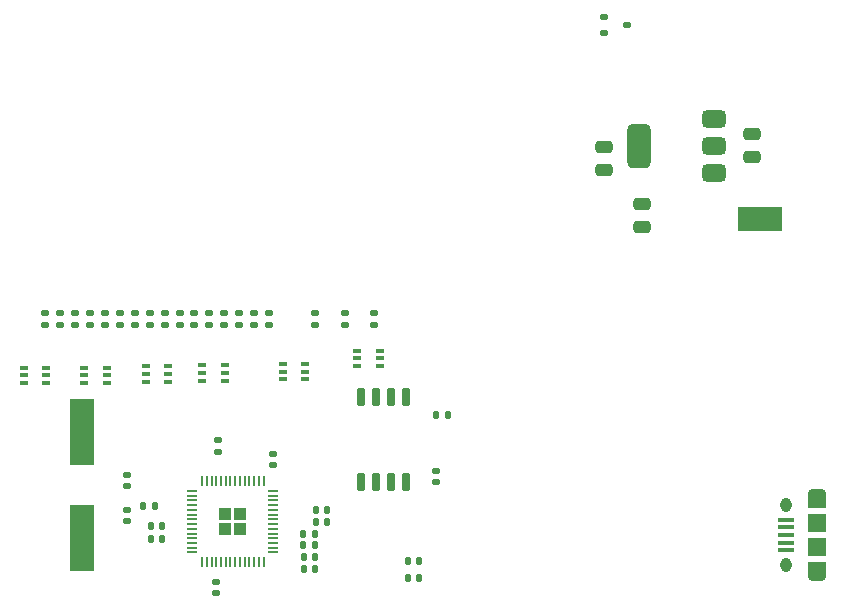
<source format=gbr>
%TF.GenerationSoftware,KiCad,Pcbnew,8.0.5*%
%TF.CreationDate,2024-09-23T16:37:59-07:00*%
%TF.ProjectId,fluke_884x_continuity_buzzer,666c756b-655f-4383-9834-785f636f6e74,4*%
%TF.SameCoordinates,Original*%
%TF.FileFunction,Paste,Top*%
%TF.FilePolarity,Positive*%
%FSLAX46Y46*%
G04 Gerber Fmt 4.6, Leading zero omitted, Abs format (unit mm)*
G04 Created by KiCad (PCBNEW 8.0.5) date 2024-09-23 16:37:59*
%MOMM*%
%LPD*%
G01*
G04 APERTURE LIST*
G04 Aperture macros list*
%AMRoundRect*
0 Rectangle with rounded corners*
0 $1 Rounding radius*
0 $2 $3 $4 $5 $6 $7 $8 $9 X,Y pos of 4 corners*
0 Add a 4 corners polygon primitive as box body*
4,1,4,$2,$3,$4,$5,$6,$7,$8,$9,$2,$3,0*
0 Add four circle primitives for the rounded corners*
1,1,$1+$1,$2,$3*
1,1,$1+$1,$4,$5*
1,1,$1+$1,$6,$7*
1,1,$1+$1,$8,$9*
0 Add four rect primitives between the rounded corners*
20,1,$1+$1,$2,$3,$4,$5,0*
20,1,$1+$1,$4,$5,$6,$7,0*
20,1,$1+$1,$6,$7,$8,$9,0*
20,1,$1+$1,$8,$9,$2,$3,0*%
G04 Aperture macros list end*
%ADD10RoundRect,0.250000X-0.475000X0.250000X-0.475000X-0.250000X0.475000X-0.250000X0.475000X0.250000X0*%
%ADD11O,1.550000X0.890000*%
%ADD12O,0.950000X1.250000*%
%ADD13R,1.350000X0.400000*%
%ADD14R,1.550000X1.200000*%
%ADD15R,1.550000X1.500000*%
%ADD16RoundRect,0.140000X-0.140000X-0.170000X0.140000X-0.170000X0.140000X0.170000X-0.140000X0.170000X0*%
%ADD17RoundRect,0.140000X0.170000X-0.140000X0.170000X0.140000X-0.170000X0.140000X-0.170000X-0.140000X0*%
%ADD18RoundRect,0.375000X0.625000X0.375000X-0.625000X0.375000X-0.625000X-0.375000X0.625000X-0.375000X0*%
%ADD19RoundRect,0.500000X0.500000X1.400000X-0.500000X1.400000X-0.500000X-1.400000X0.500000X-1.400000X0*%
%ADD20RoundRect,0.150000X-0.150000X0.650000X-0.150000X-0.650000X0.150000X-0.650000X0.150000X0.650000X0*%
%ADD21RoundRect,0.140000X-0.170000X0.140000X-0.170000X-0.140000X0.170000X-0.140000X0.170000X0.140000X0*%
%ADD22RoundRect,0.135000X-0.135000X-0.185000X0.135000X-0.185000X0.135000X0.185000X-0.135000X0.185000X0*%
%ADD23RoundRect,0.140000X0.140000X0.170000X-0.140000X0.170000X-0.140000X-0.170000X0.140000X-0.170000X0*%
%ADD24RoundRect,0.135000X0.135000X0.185000X-0.135000X0.185000X-0.135000X-0.185000X0.135000X-0.185000X0*%
%ADD25RoundRect,0.250000X-0.292217X0.292217X-0.292217X-0.292217X0.292217X-0.292217X0.292217X0.292217X0*%
%ADD26RoundRect,0.050000X-0.050000X0.387500X-0.050000X-0.387500X0.050000X-0.387500X0.050000X0.387500X0*%
%ADD27RoundRect,0.050000X-0.387500X0.050000X-0.387500X-0.050000X0.387500X-0.050000X0.387500X0.050000X0*%
%ADD28R,2.100000X5.600000*%
%ADD29RoundRect,0.135000X-0.185000X0.135000X-0.185000X-0.135000X0.185000X-0.135000X0.185000X0.135000X0*%
%ADD30RoundRect,0.100000X0.225000X0.100000X-0.225000X0.100000X-0.225000X-0.100000X0.225000X-0.100000X0*%
%ADD31R,3.800000X2.000000*%
%ADD32RoundRect,0.112500X-0.237500X0.112500X-0.237500X-0.112500X0.237500X-0.112500X0.237500X0.112500X0*%
G04 APERTURE END LIST*
D10*
%TO.C,C2*%
X51210000Y-17075000D03*
X51210000Y-18975000D03*
%TD*%
D11*
%TO.C,J3*%
X69290000Y-53420550D03*
D12*
X66590000Y-52420550D03*
X66590000Y-47420550D03*
D11*
X69290000Y-46420550D03*
D13*
X66590000Y-51220550D03*
X66590000Y-50570550D03*
X66590000Y-49920550D03*
X66590000Y-49270550D03*
X66590000Y-48620550D03*
D14*
X69290000Y-52820550D03*
D15*
X69290000Y-50920550D03*
X69290000Y-48920550D03*
D14*
X69290000Y-47020550D03*
%TD*%
D16*
%TO.C,C15*%
X25795000Y-52798450D03*
X26755000Y-52798450D03*
%TD*%
%TO.C,C13*%
X25795000Y-51798450D03*
X26755000Y-51798450D03*
%TD*%
D17*
%TO.C,C4*%
X18551200Y-42878050D03*
X18551200Y-41918050D03*
%TD*%
%TO.C,C6*%
X36960000Y-45463450D03*
X36960000Y-44503450D03*
%TD*%
D18*
%TO.C,U1*%
X60510000Y-19300000D03*
X60510000Y-17000000D03*
D19*
X54210000Y-17000000D03*
D18*
X60510000Y-14700000D03*
%TD*%
D20*
%TO.C,U2*%
X34420000Y-38248450D03*
X33150000Y-38248450D03*
X31880000Y-38248450D03*
X30610000Y-38248450D03*
X30610000Y-45448450D03*
X31880000Y-45448450D03*
X33150000Y-45448450D03*
X34420000Y-45448450D03*
%TD*%
D21*
%TO.C,C9*%
X10790000Y-47803450D03*
X10790000Y-48763450D03*
%TD*%
D22*
%TO.C,R28*%
X36971200Y-39733050D03*
X37991200Y-39733050D03*
%TD*%
D16*
%TO.C,C10*%
X26795000Y-48798450D03*
X27755000Y-48798450D03*
%TD*%
D21*
%TO.C,C17*%
X18351200Y-53883050D03*
X18351200Y-54843050D03*
%TD*%
D23*
%TO.C,C11*%
X13785000Y-49179450D03*
X12825000Y-49179450D03*
%TD*%
D24*
%TO.C,R30*%
X26785000Y-49798450D03*
X25765000Y-49798450D03*
%TD*%
D23*
%TO.C,C12*%
X13785000Y-50298450D03*
X12825000Y-50298450D03*
%TD*%
D10*
%TO.C,C1*%
X63710000Y-15987500D03*
X63710000Y-17887500D03*
%TD*%
D17*
%TO.C,C5*%
X23181200Y-44013050D03*
X23181200Y-43053050D03*
%TD*%
D23*
%TO.C,C16*%
X35547600Y-53533050D03*
X34587600Y-53533050D03*
%TD*%
D25*
%TO.C,U3*%
X20427500Y-48160950D03*
X19152500Y-48160950D03*
X20427500Y-49435950D03*
X19152500Y-49435950D03*
D26*
X22390000Y-45360950D03*
X21990000Y-45360950D03*
X21590000Y-45360950D03*
X21190000Y-45360950D03*
X20790000Y-45360950D03*
X20390000Y-45360950D03*
X19990000Y-45360950D03*
X19590000Y-45360950D03*
X19190000Y-45360950D03*
X18790000Y-45360950D03*
X18390000Y-45360950D03*
X17990000Y-45360950D03*
X17590000Y-45360950D03*
X17190000Y-45360950D03*
D27*
X16352500Y-46198450D03*
X16352500Y-46598450D03*
X16352500Y-46998450D03*
X16352500Y-47398450D03*
X16352500Y-47798450D03*
X16352500Y-48198450D03*
X16352500Y-48598450D03*
X16352500Y-48998450D03*
X16352500Y-49398450D03*
X16352500Y-49798450D03*
X16352500Y-50198450D03*
X16352500Y-50598450D03*
X16352500Y-50998450D03*
X16352500Y-51398450D03*
D26*
X17190000Y-52235950D03*
X17590000Y-52235950D03*
X17990000Y-52235950D03*
X18390000Y-52235950D03*
X18790000Y-52235950D03*
X19190000Y-52235950D03*
X19590000Y-52235950D03*
X19990000Y-52235950D03*
X20390000Y-52235950D03*
X20790000Y-52235950D03*
X21190000Y-52235950D03*
X21590000Y-52235950D03*
X21990000Y-52235950D03*
X22390000Y-52235950D03*
D27*
X23227500Y-51398450D03*
X23227500Y-50998450D03*
X23227500Y-50598450D03*
X23227500Y-50198450D03*
X23227500Y-49798450D03*
X23227500Y-49398450D03*
X23227500Y-48998450D03*
X23227500Y-48598450D03*
X23227500Y-48198450D03*
X23227500Y-47798450D03*
X23227500Y-47398450D03*
X23227500Y-46998450D03*
X23227500Y-46598450D03*
X23227500Y-46198450D03*
%TD*%
D17*
%TO.C,C7*%
X10790000Y-45793450D03*
X10790000Y-44833450D03*
%TD*%
D24*
%TO.C,R31*%
X26785000Y-50798450D03*
X25765000Y-50798450D03*
%TD*%
D16*
%TO.C,C8*%
X26795000Y-47798450D03*
X27755000Y-47798450D03*
%TD*%
D23*
%TO.C,C14*%
X35547600Y-52133050D03*
X34587600Y-52133050D03*
%TD*%
D24*
%TO.C,R29*%
X13185000Y-47498450D03*
X12165000Y-47498450D03*
%TD*%
D28*
%TO.C,Y1*%
X7010000Y-41170000D03*
X7010000Y-50170000D03*
%TD*%
D10*
%TO.C,C3*%
X54432800Y-21919600D03*
X54432800Y-23819600D03*
%TD*%
D29*
%TO.C,R7*%
X11491000Y-31090000D03*
X11491000Y-32110000D03*
%TD*%
%TO.C,R10*%
X15280600Y-31090000D03*
X15280600Y-32110000D03*
%TD*%
D30*
%TO.C,D5*%
X19110000Y-36850000D03*
X19110000Y-36200000D03*
X19110000Y-35550000D03*
X17210000Y-35550000D03*
X17210000Y-36200000D03*
X17210000Y-36850000D03*
%TD*%
%TO.C,D6*%
X14310000Y-36950000D03*
X14310000Y-36300000D03*
X14310000Y-35650000D03*
X12410000Y-35650000D03*
X12410000Y-36300000D03*
X12410000Y-36950000D03*
%TD*%
D29*
%TO.C,R15*%
X21596800Y-31090000D03*
X21596800Y-32110000D03*
%TD*%
%TO.C,R16*%
X22860000Y-31090000D03*
X22860000Y-32110000D03*
%TD*%
%TO.C,R17*%
X26771600Y-31090000D03*
X26771600Y-32110000D03*
%TD*%
%TO.C,R4*%
X7701300Y-31090000D03*
X7701300Y-32110000D03*
%TD*%
%TO.C,R2*%
X5174800Y-31090000D03*
X5174800Y-32110000D03*
%TD*%
D30*
%TO.C,D8*%
X4010000Y-37050000D03*
X4010000Y-36400000D03*
X4010000Y-35750000D03*
X2110000Y-35750000D03*
X2110000Y-36400000D03*
X2110000Y-37050000D03*
%TD*%
D29*
%TO.C,R9*%
X14017400Y-31090000D03*
X14017400Y-32110000D03*
%TD*%
%TO.C,R11*%
X16543900Y-31090000D03*
X16543900Y-32110000D03*
%TD*%
%TO.C,R14*%
X20333500Y-31090000D03*
X20333500Y-32110000D03*
%TD*%
D30*
%TO.C,D2*%
X32240000Y-35600000D03*
X32240000Y-34950000D03*
X32240000Y-34300000D03*
X30340000Y-34300000D03*
X30340000Y-34950000D03*
X30340000Y-35600000D03*
%TD*%
D29*
%TO.C,R3*%
X6438100Y-31090000D03*
X6438100Y-32110000D03*
%TD*%
D31*
%TO.C,TP1*%
X64460000Y-23200000D03*
%TD*%
D32*
%TO.C,D1*%
X51190000Y-6100000D03*
X51190000Y-7400000D03*
X53190000Y-6750000D03*
%TD*%
D30*
%TO.C,D4*%
X25910000Y-36750000D03*
X25910000Y-36100000D03*
X25910000Y-35450000D03*
X24010000Y-35450000D03*
X24010000Y-36100000D03*
X24010000Y-36750000D03*
%TD*%
D29*
%TO.C,R12*%
X17807100Y-31090000D03*
X17807100Y-32110000D03*
%TD*%
%TO.C,R19*%
X31724600Y-31090000D03*
X31724600Y-32110000D03*
%TD*%
%TO.C,R18*%
X29311600Y-31090000D03*
X29311600Y-32110000D03*
%TD*%
%TO.C,R6*%
X10227700Y-31090000D03*
X10227700Y-32110000D03*
%TD*%
D30*
%TO.C,D7*%
X9110000Y-37050000D03*
X9110000Y-36400000D03*
X9110000Y-35750000D03*
X7210000Y-35750000D03*
X7210000Y-36400000D03*
X7210000Y-37050000D03*
%TD*%
D29*
%TO.C,R1*%
X3911600Y-31090000D03*
X3911600Y-32110000D03*
%TD*%
%TO.C,R13*%
X19070300Y-31090000D03*
X19070300Y-32110000D03*
%TD*%
%TO.C,R8*%
X12754200Y-31090000D03*
X12754200Y-32110000D03*
%TD*%
%TO.C,R5*%
X8964500Y-31090000D03*
X8964500Y-32110000D03*
%TD*%
M02*

</source>
